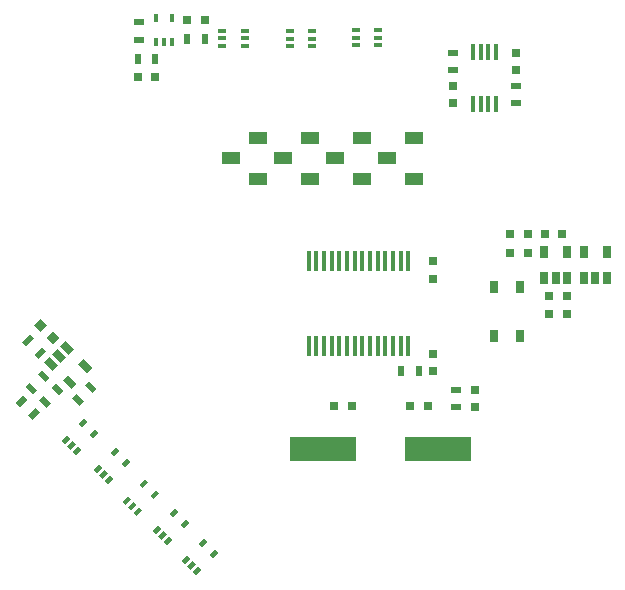
<source format=gbr>
G04 #@! TF.FileFunction,Paste,Top*
%FSLAX46Y46*%
G04 Gerber Fmt 4.6, Leading zero omitted, Abs format (unit mm)*
G04 Created by KiCad (PCBNEW 4.0.0-stable) date Friday, November 04, 2016 'AMt' 11:18:16 AM*
%MOMM*%
G01*
G04 APERTURE LIST*
%ADD10C,0.100000*%
%ADD11R,0.450000X1.450000*%
%ADD12R,0.750000X0.800000*%
%ADD13R,0.800000X0.750000*%
%ADD14R,0.900000X0.500000*%
%ADD15R,0.500000X0.900000*%
%ADD16R,1.600000X1.000000*%
%ADD17R,0.450000X1.750000*%
%ADD18R,0.650000X1.060000*%
%ADD19R,0.650000X1.050000*%
%ADD20R,0.797560X0.797560*%
%ADD21R,0.406400X0.660400*%
%ADD22R,0.749300X0.398780*%
%ADD23R,5.600700X2.100580*%
G04 APERTURE END LIST*
D10*
D11*
X47718703Y47752611D03*
X47068703Y47752611D03*
X46418703Y47752611D03*
X45768703Y47752611D03*
X45768703Y43352611D03*
X46418703Y43352611D03*
X47068703Y43352611D03*
X47718703Y43352611D03*
D12*
X44076705Y43405612D03*
X44076705Y44905612D03*
X49410705Y46199611D03*
X49410705Y47699611D03*
X42418000Y22213000D03*
X42418000Y20713000D03*
D10*
G36*
X8611762Y24639908D02*
X9142092Y25170238D01*
X9707778Y24604552D01*
X9177448Y24074222D01*
X8611762Y24639908D01*
X8611762Y24639908D01*
G37*
G36*
X9672422Y23579248D02*
X10202752Y24109578D01*
X10768438Y23543892D01*
X10238108Y23013562D01*
X9672422Y23579248D01*
X9672422Y23579248D01*
G37*
D12*
X42367200Y28561600D03*
X42367200Y30061600D03*
D13*
X52183600Y25603200D03*
X53683600Y25603200D03*
X53683600Y27127200D03*
X52183600Y27127200D03*
X48907000Y30734000D03*
X50407000Y30734000D03*
X53328000Y32385000D03*
X51828000Y32385000D03*
X48907000Y32385000D03*
X50407000Y32385000D03*
D14*
X49410703Y43405611D03*
X49410703Y44905611D03*
X44076703Y46199611D03*
X44076703Y47699611D03*
D15*
X41148700Y20713700D03*
X39648700Y20713700D03*
D10*
G36*
X7026495Y18041909D02*
X7662891Y18678305D01*
X8016445Y18324751D01*
X7380049Y17688355D01*
X7026495Y18041909D01*
X7026495Y18041909D01*
G37*
G36*
X8087155Y16981249D02*
X8723551Y17617645D01*
X9077105Y17264091D01*
X8440709Y16627695D01*
X8087155Y16981249D01*
X8087155Y16981249D01*
G37*
G36*
X9278909Y20811905D02*
X9915305Y20175509D01*
X9561751Y19821955D01*
X8925355Y20458351D01*
X9278909Y20811905D01*
X9278909Y20811905D01*
G37*
G36*
X8218249Y19751245D02*
X8854645Y19114849D01*
X8501091Y18761295D01*
X7864695Y19397691D01*
X8218249Y19751245D01*
X8218249Y19751245D01*
G37*
G36*
X10421909Y19694305D02*
X11058305Y19057909D01*
X10704751Y18704355D01*
X10068355Y19340751D01*
X10421909Y19694305D01*
X10421909Y19694305D01*
G37*
G36*
X9361249Y18633645D02*
X9997645Y17997249D01*
X9644091Y17643695D01*
X9007695Y18280091D01*
X9361249Y18633645D01*
X9361249Y18633645D01*
G37*
G36*
X7585295Y23198109D02*
X8221691Y23834505D01*
X8575245Y23480951D01*
X7938849Y22844555D01*
X7585295Y23198109D01*
X7585295Y23198109D01*
G37*
G36*
X8645955Y22137449D02*
X9282351Y22773845D01*
X9635905Y22420291D01*
X8999509Y21783895D01*
X8645955Y22137449D01*
X8645955Y22137449D01*
G37*
G36*
X13241309Y19872105D02*
X13877705Y19235709D01*
X13524151Y18882155D01*
X12887755Y19518551D01*
X13241309Y19872105D01*
X13241309Y19872105D01*
G37*
G36*
X12180649Y18811445D02*
X12817045Y18175049D01*
X12463491Y17821495D01*
X11827095Y18457891D01*
X12180649Y18811445D01*
X12180649Y18811445D01*
G37*
D16*
X40800000Y40500000D03*
X38500000Y38750000D03*
X40800000Y37000000D03*
X36400000Y40500000D03*
X34100000Y38750000D03*
X36400000Y37000000D03*
X32000000Y40500000D03*
X29700000Y38750000D03*
X32000000Y37000000D03*
X27600000Y40500000D03*
X25300000Y38750000D03*
X27600000Y37000000D03*
D17*
X40293000Y30041400D03*
X39643000Y30041400D03*
X38993000Y30041400D03*
X38343000Y30041400D03*
X37693000Y30041400D03*
X37043000Y30041400D03*
X36393000Y30041400D03*
X35743000Y30041400D03*
X35093000Y30041400D03*
X34443000Y30041400D03*
X33793000Y30041400D03*
X33143000Y30041400D03*
X32493000Y30041400D03*
X31843000Y30041400D03*
X31843000Y22841400D03*
X32493000Y22841400D03*
X33143000Y22841400D03*
X33793000Y22841400D03*
X34443000Y22841400D03*
X35093000Y22841400D03*
X35743000Y22841400D03*
X36393000Y22841400D03*
X37043000Y22841400D03*
X37693000Y22841400D03*
X38343000Y22841400D03*
X38993000Y22841400D03*
X39643000Y22841400D03*
X40293000Y22841400D03*
D18*
X51805800Y28592600D03*
X52755800Y28592600D03*
X53705800Y28592600D03*
X53705800Y30792600D03*
X51805800Y30792600D03*
X55184000Y28618000D03*
X56134000Y28618000D03*
X57084000Y28618000D03*
X57084000Y30818000D03*
X55184000Y30818000D03*
D10*
G36*
X10795558Y22854326D02*
X11255177Y23313945D01*
X12004710Y22564412D01*
X11545091Y22104793D01*
X10795558Y22854326D01*
X10795558Y22854326D01*
G37*
G36*
X10123807Y22182574D02*
X10583426Y22642193D01*
X11332959Y21892660D01*
X10873340Y21433041D01*
X10123807Y22182574D01*
X10123807Y22182574D01*
G37*
G36*
X9452055Y21510823D02*
X9911674Y21970442D01*
X10661207Y21220909D01*
X10201588Y20761290D01*
X9452055Y21510823D01*
X9452055Y21510823D01*
G37*
G36*
X11007690Y19955188D02*
X11467309Y20414807D01*
X12216842Y19665274D01*
X11757223Y19205655D01*
X11007690Y19955188D01*
X11007690Y19955188D01*
G37*
G36*
X12351193Y21298691D02*
X12810812Y21758310D01*
X13560345Y21008777D01*
X13100726Y20549158D01*
X12351193Y21298691D01*
X12351193Y21298691D01*
G37*
D19*
X47560000Y23692000D03*
X47560000Y27842000D03*
X49710000Y23692000D03*
X49710000Y27842000D03*
D13*
X33997200Y17754600D03*
X35497200Y17754600D03*
D20*
X45974000Y17665700D03*
X45974000Y19164300D03*
D14*
X44323000Y19165000D03*
X44323000Y17665000D03*
D13*
X41923400Y17754600D03*
X40423400Y17754600D03*
X17372900Y45618400D03*
X18872900Y45618400D03*
D14*
X17462500Y50267300D03*
X17462500Y48767300D03*
D15*
X17372900Y47167800D03*
X18872900Y47167800D03*
D21*
X18935700Y48590200D03*
X20256500Y48590200D03*
X19596100Y48590200D03*
X20256500Y50622200D03*
X18935700Y50622200D03*
D22*
X24550040Y49550240D03*
X24550040Y48900000D03*
X24550040Y48249760D03*
X26449960Y48249760D03*
X26449960Y48900000D03*
X26449960Y49550240D03*
X35816540Y49608740D03*
X35816540Y48958500D03*
X35816540Y48308260D03*
X37716460Y48308260D03*
X37716460Y48958500D03*
X37716460Y49608740D03*
X30228540Y49545240D03*
X30228540Y48895000D03*
X30228540Y48244760D03*
X32128460Y48244760D03*
X32128460Y48895000D03*
X32128460Y49545240D03*
D23*
X42796460Y14122400D03*
X33098740Y14122400D03*
D10*
G36*
X13601235Y12384150D02*
X14068209Y12851124D01*
X14355577Y12563756D01*
X13888603Y12096782D01*
X13601235Y12384150D01*
X13601235Y12384150D01*
G37*
G36*
X14535182Y11450203D02*
X15002156Y11917177D01*
X15289524Y11629809D01*
X14822550Y11162835D01*
X14535182Y11450203D01*
X14535182Y11450203D01*
G37*
G36*
X14068209Y11917177D02*
X14535183Y12384151D01*
X14822551Y12096783D01*
X14355577Y11629809D01*
X14068209Y11917177D01*
X14068209Y11917177D01*
G37*
G36*
X15972023Y12887044D02*
X16438997Y13354018D01*
X16726365Y13066650D01*
X16259391Y12599676D01*
X15972023Y12887044D01*
X15972023Y12887044D01*
G37*
G36*
X15038076Y13820991D02*
X15505050Y14287965D01*
X15792418Y14000597D01*
X15325444Y13533623D01*
X15038076Y13820991D01*
X15038076Y13820991D01*
G37*
G36*
X18605035Y7202550D02*
X19072009Y7669524D01*
X19359377Y7382156D01*
X18892403Y6915182D01*
X18605035Y7202550D01*
X18605035Y7202550D01*
G37*
G36*
X19538982Y6268603D02*
X20005956Y6735577D01*
X20293324Y6448209D01*
X19826350Y5981235D01*
X19538982Y6268603D01*
X19538982Y6268603D01*
G37*
G36*
X19072009Y6735577D02*
X19538983Y7202551D01*
X19826351Y6915183D01*
X19359377Y6448209D01*
X19072009Y6735577D01*
X19072009Y6735577D01*
G37*
G36*
X20975823Y7705444D02*
X21442797Y8172418D01*
X21730165Y7885050D01*
X21263191Y7418076D01*
X20975823Y7705444D01*
X20975823Y7705444D01*
G37*
G36*
X20041876Y8639391D02*
X20508850Y9106365D01*
X20796218Y8818997D01*
X20329244Y8352023D01*
X20041876Y8639391D01*
X20041876Y8639391D01*
G37*
G36*
X16090435Y9691750D02*
X16557409Y10158724D01*
X16844777Y9871356D01*
X16377803Y9404382D01*
X16090435Y9691750D01*
X16090435Y9691750D01*
G37*
G36*
X17024382Y8757803D02*
X17491356Y9224777D01*
X17778724Y8937409D01*
X17311750Y8470435D01*
X17024382Y8757803D01*
X17024382Y8757803D01*
G37*
G36*
X16557409Y9224777D02*
X17024383Y9691751D01*
X17311751Y9404383D01*
X16844777Y8937409D01*
X16557409Y9224777D01*
X16557409Y9224777D01*
G37*
G36*
X18461223Y10194644D02*
X18928197Y10661618D01*
X19215565Y10374250D01*
X18748591Y9907276D01*
X18461223Y10194644D01*
X18461223Y10194644D01*
G37*
G36*
X17527276Y11128591D02*
X17994250Y11595565D01*
X18281618Y11308197D01*
X17814644Y10841223D01*
X17527276Y11128591D01*
X17527276Y11128591D01*
G37*
G36*
X10959635Y14822550D02*
X11426609Y15289524D01*
X11713977Y15002156D01*
X11247003Y14535182D01*
X10959635Y14822550D01*
X10959635Y14822550D01*
G37*
G36*
X11893582Y13888603D02*
X12360556Y14355577D01*
X12647924Y14068209D01*
X12180950Y13601235D01*
X11893582Y13888603D01*
X11893582Y13888603D01*
G37*
G36*
X11426609Y14355577D02*
X11893583Y14822551D01*
X12180951Y14535183D01*
X11713977Y14068209D01*
X11426609Y14355577D01*
X11426609Y14355577D01*
G37*
G36*
X13330423Y15325444D02*
X13797397Y15792418D01*
X14084765Y15505050D01*
X13617791Y15038076D01*
X13330423Y15325444D01*
X13330423Y15325444D01*
G37*
G36*
X12396476Y16259391D02*
X12863450Y16726365D01*
X13150818Y16438997D01*
X12683844Y15972023D01*
X12396476Y16259391D01*
X12396476Y16259391D01*
G37*
G36*
X21119635Y4662550D02*
X21586609Y5129524D01*
X21873977Y4842156D01*
X21407003Y4375182D01*
X21119635Y4662550D01*
X21119635Y4662550D01*
G37*
G36*
X22053582Y3728603D02*
X22520556Y4195577D01*
X22807924Y3908209D01*
X22340950Y3441235D01*
X22053582Y3728603D01*
X22053582Y3728603D01*
G37*
G36*
X21586609Y4195577D02*
X22053583Y4662551D01*
X22340951Y4375183D01*
X21873977Y3908209D01*
X21586609Y4195577D01*
X21586609Y4195577D01*
G37*
G36*
X23490423Y5165444D02*
X23957397Y5632418D01*
X24244765Y5345050D01*
X23777791Y4878076D01*
X23490423Y5165444D01*
X23490423Y5165444D01*
G37*
G36*
X22556476Y6099391D02*
X23023450Y6566365D01*
X23310818Y6278997D01*
X22843844Y5812023D01*
X22556476Y6099391D01*
X22556476Y6099391D01*
G37*
D13*
X21563900Y50457100D03*
X23063900Y50457100D03*
D15*
X21563900Y48869600D03*
X23063900Y48869600D03*
M02*

</source>
